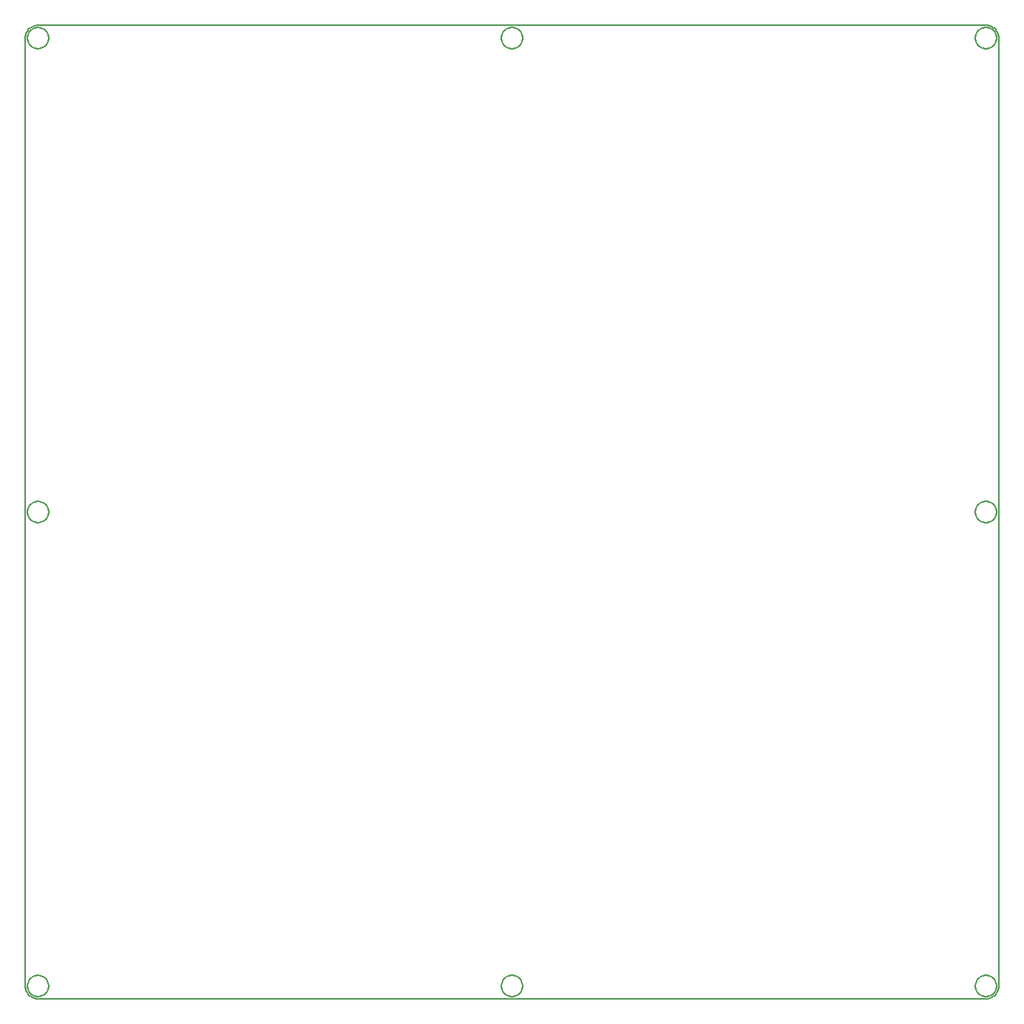
<source format=gbr>
%TF.GenerationSoftware,KiCad,Pcbnew,7.0.9*%
%TF.CreationDate,2024-05-12T14:32:29+05:30*%
%TF.ProjectId,Analog_Macropad,416e616c-6f67-45f4-9d61-63726f706164,rev?*%
%TF.SameCoordinates,Original*%
%TF.FileFunction,Profile,NP*%
%FSLAX46Y46*%
G04 Gerber Fmt 4.6, Leading zero omitted, Abs format (unit mm)*
G04 Created by KiCad (PCBNEW 7.0.9) date 2024-05-12 14:32:29*
%MOMM*%
%LPD*%
G01*
G04 APERTURE LIST*
%TA.AperFunction,Profile*%
%ADD10C,0.200000*%
%TD*%
G04 APERTURE END LIST*
D10*
X15234196Y-127054070D02*
X14957209Y-127331050D01*
X127745300Y-14789900D02*
X127862300Y-14793900D01*
X15851560Y-14793900D02*
X15970070Y-14789900D01*
X15234196Y-71166300D02*
X14957209Y-71443200D01*
X72869400Y-127331050D02*
X72592200Y-127054070D01*
X72592200Y-129077025D02*
X72869400Y-128800041D01*
X128320300Y-14903900D02*
X128426300Y-14952900D01*
X14487299Y-128299810D02*
X14473519Y-128182680D01*
X14718810Y-72177700D02*
X14780820Y-72563700D01*
X128995300Y-16289900D02*
X128933300Y-15902900D01*
X15582840Y-17477900D02*
X15970070Y-17539900D01*
X15582840Y-73365500D02*
X15970070Y-73427600D01*
X126734300Y-15553900D02*
X126556300Y-15902900D01*
X127358300Y-70988500D02*
X127011300Y-71166300D01*
X128320300Y-129450475D02*
X128208300Y-129491816D01*
X15505670Y-14862900D02*
X15618670Y-14830900D01*
X15395430Y-14903900D02*
X15505670Y-14862900D01*
X128480300Y-17299900D02*
X128757300Y-17022900D01*
X17157940Y-72563700D02*
X17219950Y-72177700D01*
X71123200Y-17299900D02*
X71470700Y-17477900D01*
X126734300Y-72912200D02*
X127011300Y-73189100D01*
X126556300Y-71790700D02*
X126494300Y-72177700D01*
X14510726Y-15938900D02*
X14542421Y-15825900D01*
X15734420Y-14806900D02*
X15851560Y-14793900D01*
X16703180Y-17299900D02*
X16980170Y-17022900D01*
X127979300Y-14806900D02*
X128095300Y-14830900D01*
X17157940Y-15902900D02*
X16980170Y-15553900D01*
X15582840Y-70988500D02*
X15234196Y-71166300D01*
X14718810Y-128065550D02*
X14780820Y-128451400D01*
X129246300Y-16289900D02*
X129246300Y-128065550D01*
X15088125Y-15075900D02*
X15185964Y-15010900D01*
X73045800Y-15902900D02*
X72869400Y-15553900D01*
X15970070Y-126815670D02*
X15582840Y-126876300D01*
X14780820Y-128451400D02*
X14957209Y-128800041D01*
X73045800Y-16675900D02*
X73107600Y-16289900D01*
X14957209Y-72912200D02*
X15234196Y-73189100D01*
X72869400Y-15553900D02*
X72592200Y-15276900D01*
X15088125Y-129278221D02*
X14994416Y-129205186D01*
X129171300Y-128528570D02*
X129130300Y-128640190D01*
X126556300Y-15902900D02*
X126494300Y-16289900D01*
X127358300Y-126876300D02*
X127011300Y-127054070D01*
X15185964Y-15010900D02*
X15289317Y-14952900D01*
X71857700Y-15039900D02*
X71470700Y-15100900D01*
X15234196Y-17299900D02*
X15582840Y-17477900D01*
X14780820Y-71790700D02*
X14718810Y-72177700D01*
X73107600Y-128065550D02*
X73045800Y-127678320D01*
X128131300Y-70988500D02*
X127745300Y-70927800D01*
X73045800Y-127678320D02*
X72869400Y-127331050D01*
X128933300Y-71790700D02*
X128757300Y-71443200D01*
X128933300Y-127678320D02*
X128757300Y-127331050D01*
X126494300Y-128065550D02*
X126556300Y-128451400D01*
X128958300Y-15407900D02*
X129024300Y-15505900D01*
X126734300Y-127331050D02*
X126556300Y-127678320D01*
X14542421Y-15825900D02*
X14583762Y-15715900D01*
X127745300Y-126815670D02*
X127358300Y-126876300D01*
X15970070Y-129315429D02*
X16355920Y-129253414D01*
X71123200Y-129077025D02*
X71470700Y-129253414D01*
X128995300Y-128065550D02*
X128933300Y-127678320D01*
X71857700Y-126815670D02*
X71470700Y-126876300D01*
X73107600Y-16289900D02*
X73045800Y-15902900D01*
X15289317Y-14952900D02*
X15395430Y-14903900D01*
X15970070Y-14789900D02*
X127745300Y-14789900D01*
X128426300Y-14952900D02*
X128528300Y-15010900D01*
X14780820Y-16675900D02*
X14957209Y-17022900D01*
X127862300Y-14793900D02*
X127979300Y-14806900D01*
X16703180Y-129077025D02*
X16980170Y-128800041D01*
X72243600Y-15100900D02*
X71857700Y-15039900D01*
X16980170Y-127331050D02*
X16703180Y-127054070D01*
X14633371Y-15609900D02*
X14691249Y-15505900D01*
X127011300Y-71166300D02*
X126734300Y-71443200D01*
X17219950Y-72177700D02*
X17157940Y-71790700D01*
X71470700Y-129253414D02*
X71857700Y-129315429D01*
X14469385Y-128064170D02*
X14469385Y-16289900D01*
X127745300Y-15039900D02*
X127358300Y-15100900D01*
X16980170Y-17022900D02*
X17157940Y-16675900D01*
X15395430Y-129450475D02*
X15289317Y-129402244D01*
X16355920Y-73365500D02*
X16703180Y-73189100D01*
X128995300Y-72177700D02*
X128933300Y-71790700D01*
X126556300Y-127678320D02*
X126494300Y-128065550D01*
X129024300Y-128848273D02*
X128958300Y-128947492D01*
X15851560Y-129560718D02*
X15734420Y-129546938D01*
X14994416Y-129205186D02*
X14908981Y-129125257D01*
X129240300Y-128182680D02*
X129226300Y-128299810D01*
X128757300Y-17022900D02*
X128933300Y-16675900D01*
X127745300Y-129315429D02*
X128131300Y-129253414D01*
X129226300Y-128299810D02*
X129203300Y-128415570D01*
X127744300Y-129566230D02*
X15970070Y-129566230D01*
X14957209Y-15553900D02*
X14780820Y-15902900D01*
X14957209Y-71443200D02*
X14780820Y-71790700D01*
X128208300Y-129491816D02*
X128095300Y-129523511D01*
X128757300Y-127331050D02*
X128480300Y-127054070D01*
X127745300Y-70927800D02*
X127358300Y-70988500D01*
X127011300Y-129077025D02*
X127358300Y-129253414D01*
X128131300Y-129253414D02*
X128480300Y-129077025D01*
X16703180Y-127054070D02*
X16355920Y-126876300D01*
X16980170Y-71443200D02*
X16703180Y-71166300D01*
X128480300Y-71166300D02*
X128131300Y-70988500D01*
X14957209Y-128800041D02*
X15234196Y-129077025D01*
X128720300Y-15148900D02*
X128805300Y-15228900D01*
X72243600Y-17477900D02*
X72592200Y-17299900D01*
X128885300Y-15314900D02*
X128958300Y-15407900D01*
X14908981Y-129125257D02*
X14829052Y-129039821D01*
X17219950Y-128065550D02*
X17157940Y-127678320D01*
X70607800Y-128065550D02*
X70668500Y-128451400D01*
X14780820Y-127678320D02*
X14718810Y-128065550D01*
X14756016Y-15407900D02*
X14829052Y-15314900D01*
X15618670Y-129523511D02*
X15505670Y-129491816D01*
X14583762Y-15715900D02*
X14633371Y-15609900D01*
X129203300Y-128415570D02*
X129171300Y-128528570D01*
X127745300Y-73427600D02*
X128131300Y-73365500D01*
X16980170Y-72912200D02*
X17157940Y-72563700D01*
X14780820Y-15902900D02*
X14718810Y-16289900D01*
X129130300Y-15715900D02*
X129171300Y-15825900D01*
X129246300Y-128065550D02*
X129240300Y-128182680D01*
X17157940Y-71790700D02*
X16980170Y-71443200D01*
X16355920Y-129253414D02*
X16703180Y-129077025D01*
X15582840Y-15100900D02*
X15234196Y-15276900D01*
X17157940Y-127678320D02*
X16980170Y-127331050D01*
X71857700Y-129315429D02*
X72243600Y-129253414D01*
X127358300Y-17477900D02*
X127745300Y-17539900D01*
X15234196Y-73189100D02*
X15582840Y-73365500D01*
X129240300Y-16171900D02*
X129246300Y-16289900D01*
X127358300Y-73365500D02*
X127745300Y-73427600D01*
X71123200Y-127054070D02*
X70846300Y-127331050D01*
X71470700Y-126876300D02*
X71123200Y-127054070D01*
X16355920Y-126876300D02*
X15970070Y-126815670D01*
X70846300Y-128800041D02*
X71123200Y-129077025D01*
X71470700Y-17477900D02*
X71857700Y-17539900D01*
X126734300Y-17022900D02*
X127011300Y-17299900D01*
X70846300Y-15553900D02*
X70668500Y-15902900D01*
X128757300Y-128800041D02*
X128933300Y-128451400D01*
X128933300Y-15902900D02*
X128757300Y-15553900D01*
X70846300Y-127331050D02*
X70668500Y-127678320D01*
X14542421Y-128528570D02*
X14510726Y-128415570D01*
X15970070Y-17539900D02*
X16355920Y-17477900D01*
X128805300Y-15228900D02*
X128885300Y-15314900D01*
X128933300Y-16675900D02*
X128995300Y-16289900D01*
X14780820Y-72563700D02*
X14957209Y-72912200D01*
X71123200Y-15276900D02*
X70846300Y-15553900D01*
X127011300Y-17299900D02*
X127358300Y-17477900D01*
X128958300Y-128947492D02*
X128885300Y-129039821D01*
X128095300Y-129523511D02*
X127979300Y-129546938D01*
X14756016Y-128947492D02*
X14691249Y-128848273D01*
X126556300Y-128451400D02*
X126734300Y-128800041D01*
X126734300Y-128800041D02*
X127011300Y-129077025D01*
X16980170Y-15553900D02*
X16703180Y-15276900D01*
X126494300Y-16289900D02*
X126556300Y-16675900D01*
X127979300Y-129546938D02*
X127862300Y-129560718D01*
X16355920Y-17477900D02*
X16703180Y-17299900D01*
X15505670Y-129491816D02*
X15395430Y-129450475D01*
X14957209Y-127331050D02*
X14780820Y-127678320D01*
X16703180Y-15276900D02*
X16355920Y-15100900D01*
X126734300Y-71443200D02*
X126556300Y-71790700D01*
X14473519Y-16171900D02*
X14487299Y-16053900D01*
X15618670Y-14830900D02*
X15734420Y-14806900D01*
X72243600Y-129253414D02*
X72592200Y-129077025D01*
X17219950Y-16289900D02*
X17157940Y-15902900D01*
X15582840Y-126876300D02*
X15234196Y-127054070D01*
X71470700Y-15100900D02*
X71123200Y-15276900D01*
X128627300Y-15075900D02*
X128720300Y-15148900D01*
X14473519Y-128182680D02*
X14469385Y-128064170D01*
X14691249Y-15505900D02*
X14756016Y-15407900D01*
X16980170Y-128800041D02*
X17157940Y-128451400D01*
X129082300Y-128746296D02*
X129024300Y-128848273D01*
X14487299Y-16053900D02*
X14510726Y-15938900D01*
X128757300Y-71443200D02*
X128480300Y-71166300D01*
X72592200Y-127054070D02*
X72243600Y-126876300D01*
X127358300Y-15100900D02*
X127011300Y-15276900D01*
X128480300Y-73189100D02*
X128757300Y-72912200D01*
X70668500Y-16675900D02*
X70846300Y-17022900D01*
X15734420Y-129546938D02*
X15618670Y-129523511D01*
X127011300Y-73189100D02*
X127358300Y-73365500D01*
X128131300Y-17477900D02*
X128480300Y-17299900D01*
X72592200Y-15276900D02*
X72243600Y-15100900D01*
X15234196Y-129077025D02*
X15582840Y-129253414D01*
X16355920Y-70988500D02*
X15970070Y-70927800D01*
X70668500Y-15902900D02*
X70607800Y-16289900D01*
X16703180Y-73189100D02*
X16980170Y-72912200D01*
X14829052Y-15314900D02*
X14908981Y-15228900D01*
X15185964Y-129344367D02*
X15088125Y-129278221D01*
X14957209Y-17022900D02*
X15234196Y-17299900D01*
X128720300Y-129205186D02*
X128627300Y-129278221D01*
X126556300Y-16675900D02*
X126734300Y-17022900D01*
X127358300Y-129253414D02*
X127745300Y-129315429D01*
X128131300Y-126876300D02*
X127745300Y-126815670D01*
X72869400Y-128800041D02*
X73045800Y-128451400D01*
X72592200Y-17299900D02*
X72869400Y-17022900D01*
X127011300Y-127054070D02*
X126734300Y-127331050D01*
X128757300Y-15553900D02*
X128480300Y-15276900D01*
X129226300Y-16053900D02*
X129240300Y-16171900D01*
X128528300Y-15010900D02*
X128627300Y-15075900D01*
X128885300Y-129039821D02*
X128805300Y-129125257D01*
X14908981Y-15228900D02*
X14994416Y-15148900D01*
X128480300Y-127054070D02*
X128131300Y-126876300D01*
X73045800Y-128451400D02*
X73107600Y-128065550D01*
X129130300Y-128640190D02*
X129082300Y-128746296D01*
X15289317Y-129402244D02*
X15185964Y-129344367D01*
X16703180Y-71166300D02*
X16355920Y-70988500D01*
X126494300Y-72177700D02*
X126556300Y-72563700D01*
X128208300Y-14862900D02*
X128320300Y-14903900D01*
X17157940Y-16675900D02*
X17219950Y-16289900D01*
X14829052Y-129039821D02*
X14756016Y-128947492D01*
X15582840Y-129253414D02*
X15970070Y-129315429D01*
X14994416Y-15148900D02*
X15088125Y-15075900D01*
X127862300Y-129560718D02*
X127744300Y-129566230D01*
X70668500Y-128451400D02*
X70846300Y-128800041D01*
X16355920Y-15100900D02*
X15970070Y-15039900D01*
X71857700Y-17539900D02*
X72243600Y-17477900D01*
X15970070Y-129566230D02*
X15851560Y-129560718D01*
X15970070Y-70927800D02*
X15582840Y-70988500D01*
X14718810Y-16289900D02*
X14780820Y-16675900D01*
X15970070Y-15039900D02*
X15582840Y-15100900D01*
X15970070Y-73427600D02*
X16355920Y-73365500D01*
X128627300Y-129278221D02*
X128528300Y-129344367D01*
X128528300Y-129344367D02*
X128426300Y-129402244D01*
X128426300Y-129402244D02*
X128320300Y-129450475D01*
X128480300Y-15276900D02*
X128131300Y-15100900D01*
X14691249Y-128848273D02*
X14633371Y-128746296D01*
X127011300Y-15276900D02*
X126734300Y-15553900D01*
X128095300Y-14830900D02*
X128208300Y-14862900D01*
X17157940Y-128451400D02*
X17219950Y-128065550D01*
X129171300Y-15825900D02*
X129203300Y-15938900D01*
X70607800Y-16289900D02*
X70668500Y-16675900D01*
X127745300Y-17539900D02*
X128131300Y-17477900D01*
X72869400Y-17022900D02*
X73045800Y-16675900D01*
X129082300Y-15609900D02*
X129130300Y-15715900D01*
X128131300Y-15100900D02*
X127745300Y-15039900D01*
X128933300Y-72563700D02*
X128995300Y-72177700D01*
X126556300Y-72563700D02*
X126734300Y-72912200D01*
X128805300Y-129125257D02*
X128720300Y-129205186D01*
X14583762Y-128640190D02*
X14542421Y-128528570D01*
X72243600Y-126876300D02*
X71857700Y-126815670D01*
X128131300Y-73365500D02*
X128480300Y-73189100D01*
X128757300Y-72912200D02*
X128933300Y-72563700D01*
X14510726Y-128415570D02*
X14487299Y-128299810D01*
X128933300Y-128451400D02*
X128995300Y-128065550D01*
X14633371Y-128746296D02*
X14583762Y-128640190D01*
X129024300Y-15505900D02*
X129082300Y-15609900D01*
X70846300Y-17022900D02*
X71123200Y-17299900D01*
X70668500Y-127678320D02*
X70607800Y-128065550D01*
X15234196Y-15276900D02*
X14957209Y-15553900D01*
X129203300Y-15938900D02*
X129226300Y-16053900D01*
X14469385Y-16289900D02*
X14473519Y-16171900D01*
X128480300Y-129077025D02*
X128757300Y-128800041D01*
M02*

</source>
